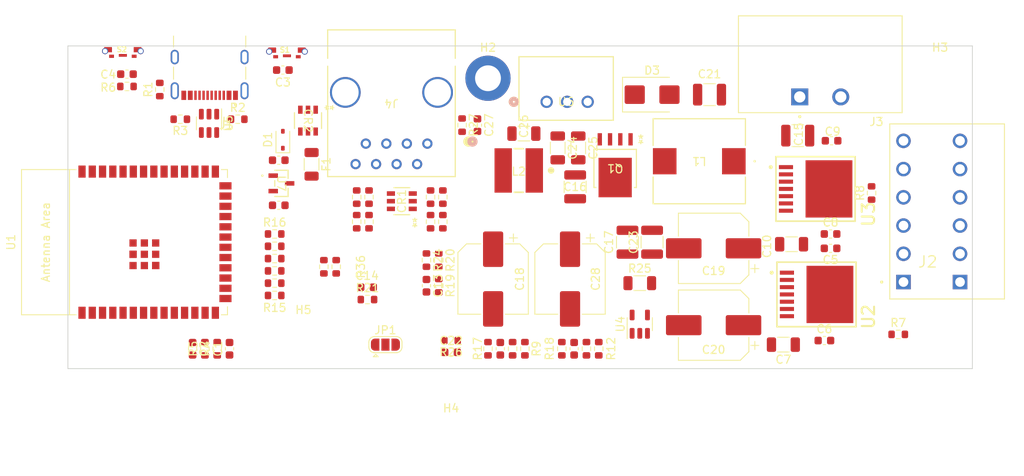
<source format=kicad_pcb>
(kicad_pcb (version 20221018) (generator pcbnew)
  (layers (0 "F.Cu" signal) (31 "B.Cu" signal) (34 "B.Paste" user) (35 "F.Paste" user) (36 "B.SilkS" user "B.Silkscreen") (37 "F.SilkS" user "F.Silkscreen") (38 "B.Mask" user) (39 "F.Mask" user) (44 "Edge.Cuts" user))
  (net 0 "")
  (net 34 "GND")
  (net 35 "GPIO0")
  (net 36 "CHIP_PU")
  (net 37 "+5V")
  (net 38 "Net-(D1-A)")
  (net 39 "Net-(J1-CC1)")
  (net 40 "Net-(J1-CC2)")
  (net 41 "Net-(U1-GPIO20{slash}U1CTS{slash}ADC2_CH9{slash}CLK_OUT1{slash}USB_D+)")
  (net 42 "Net-(U1-GPIO19{slash}U1RTS{slash}ADC2_CH8{slash}CLK_OUT2{slash}USB_D-)")
  (net 43 "+3V3")
  (net 46 "D+")
  (net 47 "D-")
  (net 48 "Net-(J1-SHIELD-PadSH1)")
  (net 49 "Net-(J1-DN1)")
  (net 50 "Net-(J1-DP1)")
  (net 51 "Motor+")
  (net 52 "+12V")
  (net 53 "Net-(JP1-C)")
  (net 54 "Net-(C11-Pad1)")
  (net 55 "Net-(C12-Pad1)")
  (net 56 "Net-(D2-A)")
  (net 57 "/Power/+VBat")
  (net 58 "Net-(D3-A2)")
  (net 59 "Net-(U2-IN)")
  (net 60 "Net-(U2-INH)")
  (net 61 "Net-(U3-IN)")
  (net 62 "Net-(U3-INH)")
  (net 63 "Motor-")
  (net 64 "/ESP32-S3/ADC_VBat")
  (net 65 "EN_C1")
  (net 66 "Net-(CR1-IO_2)")
  (net 67 "EN_C2")
  (net 69 "/ESP32-S3/M_IHN2")
  (net 70 "/ESP32-S3/M_INH1")
  (net 71 "Net-(U2-IS)")
  (net 72 "Net-(U3-IS)")
  (net 73 "/ESP32-S3/M_IN1")
  (net 74 "/ESP32-S3/M_IN2")
  (net 75 "/Power/M_IS1")
  (net 76 "/Power/M_IS2")
  (net 77 "Net-(CR1-IO_3)")
  (net 78 "Net-(CR1-IO_4)")
  (net 79 "+12V_HighSide")
  (net 80 "/Power/adc_ina")
  (net 81 "Net-(R26-Pad1)")
  (net 82 "Net-(U6-+VIN)")
  (net 83 "Net-(C27-Pad1)")
  (net 84 "+3.3V")
  (net 85 "Net-(F1-Pad2)")
  (net 86 "OUT_1")
  (net 87 "OUT_2")
  (net 88 "Enc1")
  (net 89 "Enc2")
  (net 90 "Net-(CR1-IO_1)")
  (net 91 "IN_1")
  (net 92 "IN_2")
  (net 93 "IN_3")
  (net 94 "IN_4")
  (net 95 "OUT1")
  (net 96 "OUT2")
  (footprint "Capacitor_SMD:C_0603_1608Metric" (layer "F.Cu") (at 161.544 97.536 90)
    (fp_text reference "C11" hide)
    (fp_text value "1nF")
    (pad "1" smd roundrect (at -0.775 0 90) (size 0.9 0.95) (layers "F.Cu" "F.Paste" "F.Mask") (net 54 "Net-(C11-Pad1)"))
    (pad "2" smd roundrect (at 0.775 0 90) (size 0.9 0.95) (layers "F.Cu" "F.Paste" "F.Mask") (net 34 "GND"))
  )
  (footprint "Resistor_SMD:R_0603_1608Metric" (layer "F.Cu") (at 173.736 97.536 -90)
    (fp_text reference "R12" (at 0 -1.524 90) (layer "F.SilkS"))
    (fp_text value "2k")
    (pad "1" smd roundrect (at -0.825 0 270) (size 0.8 0.95) (layers "F.Cu" "F.Paste" "F.Mask") (net 72 "Net-(U3-IS)"))
    (pad "2" smd roundrect (at 0.825 0 270) (size 0.8 0.95) (layers "F.Cu" "F.Paste" "F.Mask") (net 34 "GND"))
  )
  (footprint "Resistor_SMD:R_0603_1608Metric" (layer "F.Cu") (at 145.097 91.44)
    (fp_text reference "R21" (at 0 -1.43) (layer "F.SilkS"))
    (fp_text value "10k")
    (pad "1" smd roundrect (at -0.825 0) (size 0.8 0.95) (layers "F.Cu" "F.Paste" "F.Mask") (net 56 "Net-(D2-A)"))
    (pad "2" smd roundrect (at 0.825 0) (size 0.8 0.95) (layers "F.Cu" "F.Paste" "F.Mask") (net 34 "GND"))
  )
  (footprint "BugWiper_lib:SOT26_DIO" (layer "F.Cu") (at 149.352 79.248 180)
    (fp_text reference "CR1" (at 0 0 90 unlocked) (layer "F.SilkS"))
    (fp_text value "D5V0P4UR6SO-7")
    (fp_text user "*" (at -1.60655 -2.6518 180 unlocked) (layer "F.SilkS"))
    (fp_text user "*" (at -1.60655 -2.6518) (layer "F.SilkS"))
    (pad "1" smd rect (at -1.35255 -0.950001 180) (size 1.0033 0.5588) (layers "F.Cu" "F.Paste" "F.Mask") (net 90 "Net-(CR1-IO_1)"))
    (pad "2" smd rect (at -1.35255 0 180) (size 1.0033 0.5588) (layers "F.Cu" "F.Paste" "F.Mask") (net 34 "GND"))
    (pad "3" smd rect (at -1.35255 0.950001 180) (size 1.0033 0.5588) (layers "F.Cu" "F.Paste" "F.Mask") (net 66 "Net-(CR1-IO_2)"))
    (pad "4" smd rect (at 1.35255 0.950001 180) (size 1.0033 0.5588) (layers "F.Cu" "F.Paste" "F.Mask") (net 77 "Net-(CR1-IO_3)"))
    (pad "5" smd rect (at 1.35255 0 180) (size 1.0033 0.5588) (layers "F.Cu" "F.Paste" "F.Mask") (net 84 "+3.3V"))
    (pad "6" smd rect (at 1.35255 -0.950001 180) (size 1.0033 0.5588) (layers "F.Cu" "F.Paste" "F.Mask") (net 78 "Net-(CR1-IO_4)"))
  )
  (footprint "Resistor_SMD:R_0603_1608Metric" (layer "F.Cu") (at 152.908 81.788 90)
    (fp_text reference "R29" hide)
    (fp_text value "1k")
    (pad "1" smd roundrect (at -0.825 0 90) (size 0.8 0.95) (layers "F.Cu" "F.Paste" "F.Mask") (net 92 "IN_2"))
    (pad "2" smd roundrect (at 0.825 0 90) (size 0.8 0.95) (layers "F.Cu" "F.Paste" "F.Mask") (net 90 "Net-(CR1-IO_1)"))
  )
  (footprint "Resistor_SMD:R_0603_1608Metric" (layer "F.Cu") (at 141.224 87.376 90)
    (fp_text reference "R36" (at 0 3.048 90) (layer "F.SilkS"))
    (fp_text value "330")
    (pad "1" smd roundrect (at -0.825 0 90) (size 0.8 0.95) (layers "F.Cu" "F.Paste" "F.Mask") (net 95 "OUT1"))
    (pad "2" smd roundrect (at 0.825 0 90) (size 0.8 0.95) (layers "F.Cu" "F.Paste" "F.Mask") (net 86 "OUT_1"))
  )
  (footprint "Diode_SMD:D_SMB" (layer "F.Cu") (at 180.34 66.04)
    (fp_text reference "D3" (at 0 -3) (layer "F.SilkS"))
    (fp_text value "D_TVS")
    (pad "1" smd roundrect (at -2.15 0) (size 2.5 2.3) (layers "F.Cu" "F.Paste" "F.Mask") (roundrect_rratio 0.1086956522) (net 34 "GND"))
    (pad "2" smd roundrect (at 2.15 0) (size 2.5 2.3) (layers "F.Cu" "F.Paste" "F.Mask") (roundrect_rratio 0.1086956522) (net 58 "Net-(D3-A2)"))
  )
  (footprint "Resistor_SMD:R_1206_3216Metric" (layer "F.Cu") (at 138.176 74.676 -90)
    (fp_text reference "F1" (at 0 -1.82 90) (layer "F.SilkS"))
    (fp_text value "100mA Polyfuse")
    (pad "1" smd roundrect (at -1.4625 0 270) (size 1.125 1.75) (layers "F.Cu" "F.Paste" "F.Mask") (roundrect_rratio 0.222222) (net 84 "+3.3V"))
    (pad "2" smd roundrect (at 1.4625 0 270) (size 1.125 1.75) (layers "F.Cu" "F.Paste" "F.Mask") (roundrect_rratio 0.222222) (net 85 "Net-(F1-Pad2)"))
  )
  (footprint "Capacitor_SMD:C_1206_3216Metric" (layer "F.Cu") (at 168.656 72.644 -90)
    (fp_text reference "C24" (at 0 -1.85 90) (layer "F.SilkS"))
    (fp_text value "4.7uF")
    (pad "1" smd roundrect (at -1.475 0 270) (size 1.15 1.8) (layers "F.Cu" "F.Paste" "F.Mask") (roundrect_rratio 0.217391) (net 34 "GND"))
    (pad "2" smd roundrect (at 1.475 0 270) (size 1.15 1.8) (layers "F.Cu" "F.Paste" "F.Mask") (roundrect_rratio 0.217391) (net 52 "+12V"))
  )
  (footprint "Capacitor_SMD:C_1210_3225Metric" (layer "F.Cu") (at 198.374 71.12)
    (fp_text reference "C15" (at 0.127 -0.1651 90) (layer "F.SilkS"))
    (fp_text value "25uF")
    (pad "1" smd roundrect (at -1.475 0) (size 1.15 2.7) (layers "F.Cu" "F.Paste" "F.Mask") (roundrect_rratio 0.217391) (net 57 "/Power/+VBat"))
    (pad "2" smd roundrect (at 1.475 0) (size 1.15 2.7) (layers "F.Cu" "F.Paste" "F.Mask") (roundrect_rratio 0.217391) (net 34 "GND"))
  )
  (footprint "Resistor_SMD:R_0603_1608Metric" (layer "F.Cu") (at 143.764 81.788 90)
    (fp_text reference "R32" hide)
    (fp_text value "4k7")
    (pad "1" smd roundrect (at -0.825 0 90) (size 0.8 0.95) (layers "F.Cu" "F.Paste" "F.Mask") (net 93 "IN_3"))
    (pad "2" smd roundrect (at 0.825 0 90) (size 0.8 0.95) (layers "F.Cu" "F.Paste" "F.Mask") (net 77 "Net-(CR1-IO_3)"))
  )
  (footprint "Resistor_SMD:R_0603_1608Metric" (layer "F.Cu") (at 133.604 83.312)
    (fp_text reference "R16" (at 0 -1.43) (layer "F.SilkS"))
    (fp_text value "1k")
    (pad "1" smd roundrect (at -0.825 0) (size 0.8 0.95) (layers "F.Cu" "F.Paste" "F.Mask") (net 53 "Net-(JP1-C)"))
    (pad "2" smd roundrect (at 0.825 0) (size 0.8 0.95) (layers "F.Cu" "F.Paste" "F.Mask") (net 62 "Net-(U3-INH)"))
  )
  (footprint "Capacitor_SMD:C_0603_1608Metric" (layer "F.Cu") (at 152.4 89.725 -90)
    (fp_text reference "C13" (at 0 -1.43 90) (layer "F.SilkS"))
    (fp_text value "1nF")
    (pad "1" smd roundrect (at -0.775 0 270) (size 0.9 0.95) (layers "F.Cu" "F.Paste" "F.Mask") (net 64 "/ESP32-S3/ADC_VBat"))
    (pad "2" smd roundrect (at 0.775 0 270) (size 0.9 0.95) (layers "F.Cu" "F.Paste" "F.Mask") (net 34 "GND"))
  )
  (footprint "Diode_SMD:D_SOD-323" (layer "F.Cu") (at 134.62 71.628 90)
    (fp_text reference "D1" (at 0 -1.85 90) (layer "F.SilkS"))
    (fp_text value "1N5819WS")
    (pad "1" smd roundrect (at -1.05 0 90) (size 0.6 0.45) (layers "F.Cu" "F.Paste" "F.Mask") (net 37 "+5V"))
    (pad "2" smd roundrect (at 1.05 0 90) (size 0.6 0.45) (layers "F.Cu" "F.Paste" "F.Mask") (net 38 "Net-(D1-A)"))
  )
  (footprint "Capacitor_SMD:C_0603_1608Metric" (layer "F.Cu") (at 115.316 63.5)
    (fp_text reference "C4" (at -2.321 0.04) (layer "F.SilkS"))
    (fp_text value "100nF")
    (pad "1" smd roundrect (at -0.775 0) (size 0.9 0.95) (layers "F.Cu" "F.Paste" "F.Mask") (net 36 "CHIP_PU"))
    (pad "2" smd roundrect (at 0.775 0) (size 0.9 0.95) (layers "F.Cu" "F.Paste" "F.Mask") (net 34 "GND"))
  )
  (footprint "MountingHole:MountingHole_3.2mm_M3_DIN965" (layer "F.Cu") (at 216 96)
    (fp_text reference "H6" (at 0 0) (layer "F.SilkS"))
    (fp_text value "MountingHole")
    (pad "" np_thru_hole circle (at 0 0) (size 3.2 3.2) (drill 3.2) (layers "F&B.Cu" "*.Mask"))
  )
  (footprint "Capacitor_SMD:C_0603_1608Metric" (layer "F.Cu") (at 202.438 83.312)
    (fp_text reference "C8" (at 0 -1.43) (layer "F.SilkS"))
    (fp_text value "C")
    (pad "1" smd roundrect (at -0.775 0) (size 0.9 0.95) (layers "F.Cu" "F.Paste" "F.Mask") (net 79 "+12V_HighSide"))
    (pad "2" smd roundrect (at 0.775 0) (size 0.9 0.95) (layers "F.Cu" "F.Paste" "F.Mask") (net 63 "Motor-"))
  )
  (footprint "Package_TO_SOT_SMD:SOT-23-5" (layer "F.Cu") (at 178.816 94.488 90)
    (fp_text reference "U4" (at 0 -2.4 90) (layer "F.SilkS"))
    (fp_text value "INA180A2")
    (pad "1" smd roundrect (at -1.1375 -0.95 90) (size 1.325 0.6) (layers "F.Cu" "F.Paste" "F.Mask") (net 81 "Net-(R26-Pad1)"))
    (pad "2" smd roundrect (at -1.1375 0 90) (size 1.325 0.6) (layers "F.Cu" "F.Paste" "F.Mask") (net 34 "GND"))
    (pad "3" smd roundrect (at -1.1375 0.95 90) (size 1.325 0.6) (layers "F.Cu" "F.Paste" "F.Mask") (net 52 "+12V"))
    (pad "4" smd roundrect (at 1.1375 0.95 90) (size 1.325 0.6) (layers "F.Cu" "F.Paste" "F.Mask") (net 79 "+12V_HighSide"))
    (pad "5" smd roundrect (at 1.1375 -0.95 90) (size 1.325 0.6) (layers "F.Cu" "F.Paste" "F.Mask") (net 84 "+3.3V"))
  )
  (footprint "Resistor_SMD:R_0603_1608Metric" (layer "F.Cu") (at 169.164 97.536 -90)
    (fp_text reference "R18" (at 0 1.524 90) (layer "F.SilkS"))
    (fp_text value "1k")
    (pad "1" smd roundrect (at -0.825 0 270) (size 0.8 0.95) (layers "F.Cu" "F.Paste" "F.Mask") (net 76 "/Power/M_IS2"))
    (pad "2" smd roundrect (at 0.825 0 270) (size 0.8 0.95) (layers "F.Cu" "F.Paste" "F.Mask") (net 55 "Net-(C12-Pad1)"))
  )
  (footprint "Package_TO_SOT_SMD:SOT-23-6" (layer "F.Cu") (at 125.476 69.596 -90)
    (fp_text reference "U5" (at 0 -2.4 90) (layer "F.SilkS"))
    (fp_text value "WE-TVS-82400102")
    (pad "1" smd roundrect (at -1.1375 -0.95 270) (size 1.325 0.6) (layers "F.Cu" "F.Paste" "F.Mask") (net 49 "Net-(J1-DN1)"))
    (pad "2" smd roundrect (at -1.1375 0 270) (size 1.325 0.6) (layers "F.Cu" "F.Paste" "F.Mask") (net 34 "GND"))
    (pad "3" smd roundrect (at -1.1375 0.95 270) (size 1.325 0.6) (layers "F.Cu" "F.Paste" "F.Mask") (net 50 "Net-(J1-DP1)"))
    (pad "4" smd roundrect (at 1.1375 0.95 270) (size 1.325 0.6) (layers "F.Cu" "F.Paste" "F.Mask") (net 46 "D+"))
    (pad "5" smd roundrect (at 1.1375 0 270) (size 1.325 0.6) (layers "F.Cu" "F.Paste" "F.Mask") (net 84 "+3.3V"))
    (pad "6" smd roundrect (at 1.1375 -0.95 270) (size 1.325 0.6) (layers "F.Cu" "F.Paste" "F.Mask") (net 47 "D-"))
  )
  (footprint "Jumper:SolderJumper-3_P1.3mm_Open_RoundedPad1.0x1.5mm" (layer "F.Cu") (at 147.32 97.028)
    (fp_text reference "JP1" (at 0 -1.8) (layer "F.SilkS"))
    (fp_text value "SolderJumper_3_Bridged12")
    (pad "1" smd custom (at -1.3 0) (size 1 0.5) (layers "F.Cu" "F.Mask") (net 69 "/ESP32-S3/M_IHN2") (options (clearance outline) (anchor rect)) (primitives (gr_circle (center 0 0.25) (end 0.5 0.25) (width 0) (fill yes)) (gr_circle (center 0 -0.25) (end 0.5 -0.25) (width 0) (fill yes)) (gr_poly (pts (xy 0.55 0.75) (xy 0 0.75) (xy 0 -0.75) (xy 0.55 -0.75)) (width 0) (fill yes))))
    (pad "2" smd rect (at 0 0) (size 1 1.5) (layers "F.Cu" "F.Mask") (net 53 "Net-(JP1-C)"))
    (pad "3" smd custom (at 1.3 0) (size 1 0.5) (layers "F.Cu" "F.Mask") (net 70 "/ESP32-S3/M_INH1") (options (clearance outline) (anchor rect)) (primitives (gr_circle (center 0 0.25) (end 0.5 0.25) (width 0) (fill yes)) (gr_circle (center 0 -0.25) (end 0.5 -0.25) (width 0) (fill yes)) (gr_poly (pts (xy 0 0.75) (xy -0.55 0.75) (xy -0.55 -0.75) (xy 0 -0.75)) (width 0) (fill yes))))
  )
  (footprint "Resistor_SMD:R_0603_1608Metric" (layer "F.Cu") (at 152.908 78.74 -90)
    (fp_text reference "R31" hide)
    (fp_text value "5k")
    (pad "1" smd roundrect (at -0.825 0 270) (size 0.8 0.95) (layers "F.Cu" "F.Paste" "F.Mask") (net 84 "+3.3V"))
    (pad "2" smd roundrect (at 0.825 0 270) (size 0.8 0.95) (layers "F.Cu" "F.Paste" "F.Mask") (net 90 "Net-(CR1-IO_1)"))
  )
  (footprint "Capacitor_SMD:C_0603_1608Metric" (layer "F.Cu") (at 155.448 97.98)
    (fp_text reference "C22" (at 0 -1.43) (layer "F.SilkS"))
    (fp_text value "100nF")
    (pad "1" smd roundrect (at -0.775 0) (size 0.9 0.95) (layers "F.Cu" "F.Paste" "F.Mask") (net 80 "/Power/adc_ina"))
    (pad "2" smd roundrect (at 0.775 0) (size 0.9 0.95) (layers "F.Cu" "F.Paste" "F.Mask") (net 34 "GND"))
  )
  (footprint "Resistor_SMD:R_0603_1608Metric" (layer "F.Cu") (at 124.968 97.536 90)
    (fp_text reference "R5" (at 0 -1.43 90) (layer "F.SilkS"))
    (fp_text value "22")
    (pad "1" smd roundrect (at -0.825 0 90) (size 0.8 0.95) (layers "F.Cu" "F.Paste" "F.Mask") (net 42 "Net-(U1-GPIO19{slash}U1RTS{slash}ADC2_CH8{slash}CLK_OUT2{slash}USB_D-)"))
    (pad "2" smd roundrect (at 0.825 0 90) (size 0.8 0.95) (layers "F.Cu" "F.Paste" "F.Mask") (net 47 "D-"))
  )
  (footprint "Resistor_SMD:R_0603_1608Metric" (layer "F.Cu") (at 133.604 89.408 180)
    (fp_text reference "R14" hide)
    (fp_text value "1k")
    (pad "1" smd roundrect (at -0.825 0 180) (size 0.8 0.95) (layers "F.Cu" "F.Paste" "F.Mask") (net 70 "/ESP32-S3/M_INH1"))
    (pad "2" smd roundrect (at 0.825 0 180) (size 0.8 0.95) (layers "F.Cu" "F.Paste" "F.Mask") (net 60 "Net-(U2-INH)"))
  )
  (footprint "Resistor_SMD:R_0603_1608Metric" (layer "F.Cu") (at 153.924 89.725 -90)
    (fp_text reference "R19" (at 0 -1.43 90) (layer "F.SilkS"))
    (fp_text value "3k3")
    (pad "1" smd roundrect (at -0.825 0 270) (size 0.8 0.95) (layers "F.Cu" "F.Paste" "F.Mask") (net 64 "/ESP32-S3/ADC_VBat"))
    (pad "2" smd roundrect (at 0.825 0 270) (size 0.8 0.95) (layers "F.Cu" "F.Paste" "F.Mask") (net 34 "GND"))
  )
  (footprint "Resistor_SMD:R_0603_1608Metric" (layer "F.Cu") (at 133.604 86.36)
    (fp_text reference "R23" hide)
    (fp_text value "1k")
    (pad "1" smd roundrect (at -0.825 0) (size 0.8 0.95) (layers "F.Cu" "F.Paste" "F.Mask") (net 89 "Enc2"))
    (pad "2" smd roundrect (at 0.825 0) (size 0.8 0.95) (layers "F.Cu" "F.Paste" "F.Mask") (net 67 "EN_C2"))
  )
  (footprint "MountingHole:MountingHole_3.2mm_M3_DIN965" (layer "F.Cu") (at 137.16 96.52)
    (fp_text reference "H5" (at 0 -3.8) (layer "F.SilkS"))
    (fp_text value "MountingHole")
    (pad "" np_thru_hole circle (at 0 0) (size 3.2 3.2) (drill 3.2) (layers "*.Cu" "*.Mask"))
  )
  (footprint "BugWiper_lib:WE-PD2_5848" (layer "F.Cu") (at 163.83 75.438 180)
    (fp_text reference "L2" (at 0 -0.127) (layer "F.SilkS"))
    (fp_text value "10µH 2.2A")
    (pad "1" smd rect (at -1.925 0 180) (size 2.15 5.5) (layers "F.Cu" "F.Paste" "F.Mask") (net 52 "+12V"))
    (pad "2" smd rect (at 1.925 0 180) (size 2.15 5.5) (layers "F.Cu" "F.Paste" "F.Mask") (net 82 "Net-(U6-+VIN)"))
  )
  (footprint "Capacitor_SMD:C_0603_1608Metric" (layer "F.Cu") (at 134.62 62.992)
    (fp_text reference "C3" (at 0 1.524) (layer "F.SilkS"))
    (fp_text value "100nF")
    (pad "1" smd roundrect (at -0.775 0) (size 0.9 0.95) (layers "F.Cu" "F.Paste" "F.Mask") (net 35 "GPIO0"))
    (pad "2" smd roundrect (at 0.775 0) (size 0.9 0.95) (layers "F.Cu" "F.Paste" "F.Mask") (net 34 "GND"))
  )
  (footprint "Resistor_SMD:R_0603_1608Metric" (layer "F.Cu") (at 210.82 95.758)
    (fp_text reference "R7" (at 0 -1.43) (layer "F.SilkS"))
    (fp_text value "47k")
    (pad "1" smd roundrect (at -0.825 0) (size 0.8 0.95) (layers "F.Cu" "F.Paste" "F.Mask") (net 51 "Motor+"))
    (pad "2" smd roundrect (at 0.825 0) (size 0.8 0.95) (layers "F.Cu" "F.Paste" "F.Mask") (net 34 "GND"))
  )
  (footprint "Resistor_SMD:R_0603_1608Metric" (layer "F.Cu") (at 121.92 69.088 180)
    (fp_text reference "R3" (at 0 -1.43) (layer "F.SilkS"))
    (fp_text value "5k1")
    (pad "1" smd roundrect (at -0.825 0 180) (size 0.8 0.95) (layers "F.Cu" "F.Paste" "F.Mask") (net 40 "Net-(J1-CC2)"))
    (pad "2" smd roundrect (at 0.825 0 180) (size 0.8 0.95) (layers "F.Cu" "F.Paste" "F.Mask") (net 34 "GND"))
  )
  (footprint "Resistor_SMD:R_0603_1608Metric" (layer "F.Cu") (at 129.032 69.088)
    (fp_text reference "R2" (at 0 -1.43) (layer "F.SilkS"))
    (fp_text value "5k1")
    (pad "1" smd roundrect (at -0.825 0) (size 0.8 0.95) (layers "F.Cu" "F.Paste" "F.Mask") (net 39 "Net-(J1-CC1)"))
    (pad "2" smd roundrect (at 0.825 0) (size 0.8 0.95) (layers "F.Cu" "F.Paste" "F.Mask") (net 34 "GND"))
  )
  (footprint "Resistor_SMD:R_1206_3216Metric" (layer "F.Cu") (at 178.816 89.408)
    (fp_text reference "R25" (at 0 -1.82) (layer "F.SilkS"))
    (fp_text value "R004")
    (pad "1" smd roundrect (at -1.4625 0) (size 1.125 1.75) (layers "F.Cu" "F.Paste" "F.Mask") (roundrect_rratio 0.222222) (net 52 "+12V"))
    (pad "2" smd roundrect (at 1.4625 0) (size 1.125 1.75) (layers "F.Cu" "F.Paste" "F.Mask") (roundrect_rratio 0.222222) (net 79 "+12V_HighSide"))
  )
  (footprint "Capacitor_SMD:CP_Elec_8x10.5" (layer "F.Cu") (at 187.96 94.615 180)
    (fp_text reference "C20" (at 0 -3.048) (layer "F.SilkS"))
    (fp_text value "470uF")
    (pad "1" smd roundrect (at -3.7 0 180) (size 4.4 2.5) (layers "F.Cu" "F.Paste" "F.Mask") (roundrect_rratio 0.1) (net 79 "+12V_HighSide"))
    (pad "2" smd roundrect (at 3.7 0 180) (size 4.4 2.5) (layers "F.Cu" "F.Paste" "F.Mask") (roundrect_rratio 0.1) (net 34 "GND"))
  )
  (footprint "Resistor_SMD:R_0603_1608Metric" (layer "F.Cu") (at 163.068 97.536 90)
    (fp_text reference "R10" hide)
    (fp_text value "4k7")
    (pad "1" smd roundrect (at -0.825 0 90) (size 0.8 0.95) (layers "F.Cu" "F.Paste" "F.Mask") (net 54 "Net-(C11-Pad1)"))
    (pad "2" smd roundrect (at 0.825 0 90) (size 0.8 0.95) (layers "F.Cu" "F.Paste" "F.Mask") (net 71 "Net-(U2-IS)"))
  )
  (footprint "PCM_Espressif:ESP32-S3-WROOM-1" (layer "F.Cu") (at 118.012 84.328 90)
    (fp_text reference "U1" (at 0 -17.05 90) (layer "F.SilkS"))
    (fp_text value "ESP32-S3-WROOM-1")
    (fp_text user "Antenna Area" (at 0 -12.75 90) (layer "F.SilkS"))
    (pad "1" smd rect (at -8.75 -8.26 90) (size 1.5 0.9) (layers "F.Cu" "F.Paste" "F.Mask") (net 34 "GND"))
    (pad "2" smd rect (at -8.75 -6.99 90) (size 1.5 0.9) (layers "F.Cu" "F.Paste" "F.Mask") (net 84 "+3.3V"))
    (pad "3" smd rect (at -8.75 -5.72 90) (size 1.5 0.9) (layers "F.Cu" "F.Paste" "F.Mask") (net 36 "CHIP_PU"))
    (pad "4" smd rect (at -8.75 -4.45 90) (size 1.5 0.9) (layers "F.Cu" "F.Paste" "F.Mask"))
    (pad "5" smd rect (at -8.75 -3.18 90) (size 1.5 0.9) (layers "F.Cu" "F.Paste" "F.Mask"))
    (pad "6" smd rect (at -8.75 -1.91 90) (size 1.5 0.9) (layers "F.Cu" "F.Paste" "F.Mask"))
    (pad "7" smd rect (at -8.75 -0.64 90) (size 1.5 0.9) (layers "F.Cu" "F.Paste" "F.Mask"))
    (pad "8" smd rect (at -8.75 0.63 90) (size 1.5 0.9) (layers "F.Cu" "F.Paste" "F.Mask"))
    (pad "9" smd rect (at -8.75 1.9 90) (size 1.5 0.9) (layers "F.Cu" "F.Paste" "F.Mask"))
    (pad "10" smd rect (at -8.75 3.17 90) (size 1.5 0.9) (layers "F.Cu" "F.Paste" "F.Mask"))
    (pad "11" smd rect (at -8.75 4.44 90) (size 1.5 0.9) (layers "F.Cu" "F.Paste" "F.Mask"))
    (pad "12" smd rect (at -8.75 5.71 90) (size 1.5 0.9) (layers "F.Cu" "F.Paste" "F.Mask"))
    (pad "13" smd rect (at -8.75 6.98 90) (size 1.5 0.9) (layers "F.Cu" "F.Paste" "F.Mask") (net 42 "Net-(U1-GPIO19{slash}U1RTS{slash}ADC2_CH8{slash}CLK_OUT2{slash}USB_D-)"))
    (pad "14" smd rect (at -8.75 8.25 90) (size 1.5 0.9) (layers "F.Cu" "F.Paste" "F.Mask") (net 41 "Net-(U1-GPIO20{slash}U1CTS{slash}ADC2_CH9{slash}CLK_OUT1{slash}USB_D+)"))
    (pad "15" smd rect (at -6.985 9.5 180) (size 1.5 0.9) (layers "F.Cu" "F.Paste" "F.Mask"))
    (pad "16" smd rect (at -5.715 9.5 180) (size 1.5 0.9) (layers "F.Cu" "F.Paste" "F.Mask"))
    (pad "17" smd rect (at -4.445 9.5 180) (size 1.5 0.9) (layers "F.Cu" "F.Paste" "F.Mask"))
    (pad "18" smd rect (at -3.175 9.5 180) (size 1.5 0.9) (layers "F.Cu" "F.Paste" "F.Mask"))
    (pad "19" smd rect (at -1.905 9.5 180) (size 1.5 0.9) (layers "F.Cu" "F.Paste" "F.Mask"))
    (pad "20" smd rect (at -0.635 9.5 180) (size 1.5 0.9) (layers "F.Cu" "F.Paste" "F.Mask"))
    (pad "21" smd rect (at 0.635 9.5 180) (size 1.5 0.9) (layers "F.Cu" "F.Paste" "F.Mask"))
    (pad "22" smd rect (at 1.905 9.5 180) (size 1.5 0.9) (layers "F.Cu" "F.Paste" "F.Mask"))
    (pad "23" smd rect (at 3.175 9.5 180) (size 1.5 0.9) (layers "F.Cu" "F.Paste" "F.Mask"))
    (pad "24" smd rect (at 4.445 9.5 180) (size 1.5 0.9) (layers "F.Cu" "F.Paste" "F.Mask"))
    (pad "25" smd rect (at 5.715 9.5 180) (size 1.5 0.9) (layers "F.Cu" "F.Paste" "F.Mask"))
    (pad "26" smd rect (at 6.985 9.5 180) (size 1.5 0.9) (layers "F.Cu" "F.Paste" "F.Mask"))
    (pad "27" smd rect (at 8.75 8.25 270) (size 1.5 0.9) (layers "F.Cu" "F.Paste" "F.Mask") (net 35 "GPIO0"))
    (pad "28" smd rect (at 8.75 6.98 270) (size 1.5 0.9) (layers "F.Cu" "F.Paste" "F.Mask"))
    (pad "29" smd rect (at 8.75 5.71 270) (size 1.5 0.9) (layers "F.Cu" "F.Paste" "F.Mask"))
    (pad "30" smd rect (at 8.75 4.44 270) (size 1.5 0.9) (layers "F.Cu" "F.Paste" "F.Mask"))
    (pad "31" smd rect (at 8.75 3.17 270) (size 1.5 0.9) (layers "F.Cu" "F.Paste" "F.Mask"))
    (pad "32" smd rect (at 8.75 1.9 270) (size 1.5 0.9) (layers "F.Cu" "F.Paste" "F.Mask"))
    (pad "33" smd rect (at 8.75 0.63 270) (size 1.5 0.9) (layers "F.Cu" "F.Paste" "F.Mask"))
    (pad "34" smd rect (at 8.75 -0.64 270) (size 1.5 0.9) (layers "F.Cu" "F.Paste" "F.Mask"))
    (pad "35" smd rect (at 8.75 -1.91 270) (size 1.5 0.9) (layers "F.Cu" "F.Paste" "F.Mask"))
    (pad "36" smd rect (at 8.75 -3.18 270) (size 1.5 0.9) (layers "F.Cu" "F.Paste" "F.Mask"))
    (pad "37" smd rect (at 8.75 -4.45 270) (size 1.5 0.9) (layers "F.Cu" "F.Paste" "F.Mask"))
    (pad "38" smd rect (at 8.75 -5.72 270) (size 1.5 0.9) (layers "F.Cu" "F.Paste" "F.Mask"))
    (pad "39" smd rect (at 8.75 -6.99 270) (size 1.5 0.9) (layers "F.Cu" "F.Paste" "F.Mask"))
    (pad "40" smd rect (at 8.75 -8.26 270) (size 1.5 0.9) (layers "F.Cu" "F.Paste" "F.Mask") (net 34 "GND"))
    (pad "41" smd rect (at -2.9 -1.94 270) (size 0.9 0.9) (layers "F.Cu" "F.Paste" "F.Mask") (net 34 "GND"))
    (pad "41" smd rect (at -2.9 -0.54 270) (size 0.9 0.9) (layers "F.Cu" "F.Paste" "F.Mask") (net 34 "GND"))
    (pad "41" smd rect (at -2.9 0.86 270) (size 0.9 0.9) (layers "F.Cu" "F.Paste" "F.Mask") (net 34 "GND"))
    (pad "41" smd rect (at -2.9 0.86 270) (size 0.9 0.9) (layers "F.Cu" "F.Paste" "F.Mask") (net 34 "GND"))
    (pad "41" smd rect (at -1.5 -1.94 270) (size 0.9 0.9) (layers "F.Cu" "F.Paste" "F.Mask") (net 34 "GND"))
    (pad "41" smd rect (at -1.5 -1.94 270) (size 0.9 0.9) (layers "F.Cu" "F.Paste" "F.Mask") (net 34 "GND"))
    (pad "41" smd rect (at -1.5 -0.54 270) (size 0.9 0.9) (layers "F.Cu" "F.Paste" "F.Mask") (net 34 "GND"))
    (pad "41" smd rect (at -1.5 0.86 270) (size 0.9 0.9) (layers "F.Cu" "F.Paste" "F.Mask") (net 34 "GND"))
    (pad "41" smd rect (at -0.1 -1.94 270) (size 0.9 0.9) (layers "F.Cu" "F.Paste" "F.Mask") (net 34 "GND"))
    (pad "41" smd rect (at -0.1 -0.54 270) (size 0.9 0.9) (layers "F.Cu" "F.Paste" "F.Mask") (net 34 "GND"))
    (pad "41" smd rect (at -0.1 0.86 270) (size 0.9 0.9) (layers "F.Cu" "F.Paste" "F.Mask") (net 34 "GND"))
  )
  (footprint "BugWiper_lib:CONN8_2-908LF_AMP" (layer "F.Cu") (at 152.5143 72.1107 180)
    (fp_text reference "J4" (at 4.445 5.004 180 unlocked) (layer "F.SilkS"))
    (fp_text value "RJ45")
    (pad "1" thru_hole circle (at 0 0 180) (size 1.27 1.27) (drill 0.762) (layers "*.Cu" "*.Mask") (net 34 "GND"))
    (pad "2" thru_hole circle (at 1.27 -2.54 180) (size 1.27 1.27) (drill 0.762) (layers "*.Cu" "*.Mask") (net 66 "Net-(CR1-IO_2)"))
    (pad "3" thru_hole circle (at 2.54 0 180) (size 1.27 1.27) (drill 0.762) (layers "*.Cu" "*.Mask") (net 90 "Net-(CR1-IO_1)"))
    (pad "4" thru_hole circle (at 3.81 -2.54 180) (size 1.27 1.27) (drill 0.762) (layers "*.Cu" "*.Mask") (net 86 "OUT_1"))
    (pad "5" thru_hole circle (at 5.08 0 180) (size 1.27 1.27) (drill 0.762) (layers "*.Cu" "*.Mask") (net 87 "OUT_2"))
    (pad "6" thru_hole circle (at 6.35 -2.54 180) (size 1.27 1.27) (drill 0.762) (layers "*.Cu" "*.Mask") (net 78 "Net-(CR1-IO_4)"))
    (pad "7" thru_hole circle (at 7.62 0 180) (size 1.27 1.27) (drill 0.762) (layers "*.Cu" "*.Mask") (net 77 "Net-(CR1-IO_3)"))
    (pad "8" thru_hole circle (at 8.89 -2.54 180) (size 1.27 1.27) (drill 0.762) (layers "*.Cu" "*.Mask") (net 85 "Net-(F1-Pad2)"))
    (pad "9" thru_hole circle (at -1.27 6.35 270) (size 3.81 3.81) (drill 3.302) (layers "*.Cu" "*.Mask"))
    (pad "10" thru_hole circle (at 10.16 6.35 270) (size 3.81 3.81) (drill 3.302) (layers "*.Cu" "*.Mask"))
  )
  (footprint "Capacitor_SMD:C_0603_1608Metric" (layer "F.Cu") (at 202.565 71.755 180)
    (fp_text reference "C9" (at -0.127 1.143) (layer "F.SilkS"))
    (fp_text value "100nF")
    (pad "1" smd roundrect (at -0.775 0 180) (size 0.9 0.95) (layers "F.Cu" "F.Paste" "F.Mask") (net 63 "Motor-"))
    (pad "2" smd roundrect (at 0.775 0 180) (size 0.9 0.95) (layers "F.Cu" "F.Paste" "F.Mask") (net 34 "GND"))
  )
  (footprint "Resistor_SMD:R_0603_1608Metric" (layer "F.Cu") (at 172.212 97.536 90)
    (fp_text reference "R11" hide)
    (fp_text value "4k7")
    (pad "1" smd roundrect (at -0.825 0 90) (size 0.8 0.95) (layers "F.Cu" "F.Paste" "F.Mask") (net 55 "Net-(C12-Pad1)"))
    (pad "2" smd roundrect (at 0.825 0 90) (size 0.8 0.95) (layers "F.Cu" "F.Paste" "F.Mask") (net 72 "Net-(U3-IS)"))
  )
  (footprint "TBLH10_350_06BK-2:CUI_TBLH10-350-06BK" (layer "F.Cu") (at 211.4705 89.268 90)
    (fp_text reference "J2" (at 2.5 3) (layer "F.SilkS") (effects (font (size 1.4 1.4))))
    (fp_text value "TBLH10-350-06BK")
    (pad "1_A" thru_hole rect (at 0 0 90) (size 1.8 1.8) (drill 1.2) (layers "*.Cu" "*.Mask") (net 51 "Motor+"))
    (pad "1_B" thru_hole rect (at 0 7 90) (size 1.8 1.8) (drill 1.2) (layers "*.Cu" "*.Mask") (net 51 "Motor+"))
    (pad "2_A" thru_hole circle (at 3.5 0 90) (size 1.8 1.8) (drill 1.2) (layers "*.Cu" "*.Mask") (net 63 "Motor-"))
    (pad "2_B" thru_hole circle (at 3.5 7 90) (size 1.8 1.8) (drill 1.2) (layers "*.Cu" "*.Mask") (net 63 "Motor-"))
    (pad "3_A" thru_hole circle (at 7 0 90) (size 1.8 1.8) (drill 1.2) (layers "*.Cu" "*.Mask") (net 43 "+3V3"))
    (pad "3_B" thru_hole circle (at 7 7 90) (size 1.8 1.8) (drill 1.2) (layers "*.Cu" "*.Mask") (net 43 "+3V3"))
    (pad "4_A" thru_hole circle (at 10.5 0 90) (size 1.8 1.8) (drill 1.2) (layers "*.Cu" "*.Mask") (net 34 "GND"))
    (pad "4_B" thru_hole circle (at 10.5 7 90) (size 1.8 1.8) (drill 1.2) (layers "*.Cu" "*.Mask") (net 34 "GND"))
    (pad "5_A" thru_hole circle (at 14 0 90) (size 1.8 1.8) (drill 1.2) (layers "*.Cu" "*.Mask") (net 67 "EN_C2"))
    (pad "5_B" thru_hole circle (at 14 7 90) (size 1.8 1.8) (drill 1.2) (layers "*.Cu" "*.Mask") (net 67 "EN_C2"))
    (pad "6_A" thru_hole circle (at 17.5 0 90) (size 1.8 1.8) (drill 1.2) (layers "*.Cu" "*.Mask") (net 65 "EN_C1"))
    (pad "6_B" thru_hole circle (at 17.5 7 90) (size 1.8 1.8) (drill 1.2) (layers "*.Cu" "*.Mask") (net 65 "EN_C1"))
  )
  (footprint "MountingHole:MountingHole_3.2mm_M3_DIN965" (layer "F.Cu") (at 216 64)
    (fp_text reference "H3" (at 0 -3.8) (layer "F.SilkS"))
    (fp_text value "MountingHole")
    (pad "" np_thru_hole circle (at 0 0) (size 3.2 3.2) (drill 3.2) (layers "*.Cu" "*.Mask"))
  )
  (footprint "Resistor_SMD:R_0603_1608Metric" (layer "F.Cu") (at 119.38 65.405 90)
    (fp_text reference "R1" (at 0 -1.43 90) (layer "F.SilkS"))
    (fp_text value "150k")
    (pad "1" smd roundrect (at -0.825 0 90) (size 0.8 0.95) (layers "F.Cu" "F.Paste" "F.Mask") (net 48 "Net-(J1-SHIELD-PadSH1)"))
    (pad "2" smd roundrect (at 0.825 0 90) (size 0.8 0.95) (layers "F.Cu" "F.Paste" "F.Mask") (net 34 "GND"))
  )
  (footprint "Resistor_SMD:R_0603_1608Metric" (layer "F.Cu") (at 126.492 97.536 90)
    (fp_text reference "R4" (at 0 -1.43 90) (layer "F.SilkS"))
    (fp_text value "22")
    (pad "1" smd roundrect (at -0.825 0 90) (size 0.8 0.95) (layers "F.Cu" "F.Paste" "F.Mask") (net 41 "Net-(U1-GPIO20{slash}U1CTS{slash}ADC2_CH9{slash}CLK_OUT1{slash}USB_D+)"))
    (pad "2" smd roundrect (at 0.825 0 90) (size 0.8 0.95) (layers "F.Cu" "F.Paste" "F.Mask") (net 46 "D+"))
  )
  (footprint "BugWiper_lib:IFX-PG-HSOF-7-1-V" (layer "F.Cu") (at 199.6985 90.805)
    (fp_text reference "U2" (at 8.3275 4.445 90 unlocked) (layer "F.SilkS") (effects (font (size 1.524 1.524) (thickness 0.254)) (justify left bottom)))
    (fp_text value "BTN9960LV" hide)
    (pad "1" smd rect (at -2.6625 -2.7 270) (size 0.5 1.75) (layers "F.Cu" "F.Paste" "F.Mask") (net 34 "GND"))
    (pad "2" smd rect (at -2.6625 -1.8 270) (size 0.5 1.75) (layers "F.Cu" "F.Paste" "F.Mask") (net 34 "GND"))
    (pad "3" smd rect (at -2.6625 -0.9 270) (size 0.5 1.75) (layers "F.Cu" "F.Paste" "F.Mask") (net 59 "Net-(U2-IN)"))
    (pad "4" smd rect (at -2.6625 0 270) (size 0.5 1.75) (layers "F.Cu" "F.Paste" "F.Mask") (net 60 "Net-(U2-INH)"))
    (pad "5" smd rect (at -2.6625 0.9 270) (size 0.5 1.75) (layers "F.Cu" "F.Paste" "F.Mask") (net 71 "Net-(U2-IS)"))
    (pad "6" smd rect (at -2.6625 1.8 270) (size 0.5 1.75) (layers "F.Cu" "F.Paste" "F.Mask") (net 79 "+12V_HighSide"))
    (pad "7" smd rect (at -2.6625 2.7 270) (size 0.5 1.75) (layers "F.Cu" "F.Paste" "F.Mask") (net 79 "+12V_HighSide"))
    (pad "8" smd rect (at 2.6625 0) (size 5.8 7.1) (layers "F.Cu" "F.Paste" "F.Mask") (net 51 "Motor+"))
  )
  (footprint "Capacitor_SMD:CP_Elec_8x10.5" (layer "F.Cu") (at 170.18 88.9 -90)
    (fp_text reference "C28" (at 0 -3.175 90) (layer "F.SilkS"))
    (fp_text value "470uF")
    (pad "1" smd roundrect (at -3.7 0 270) (size 4.4 2.5) (layers "F.Cu" "F.Paste" "F.Mask") (roundrect_rratio 0.1) (net 52 "+12V"))
    (pad "2" smd roundrect (at 3.7 0 270) (size 4.4 2.5) (layers "F.Cu" "F.Paste" "F.Mask") (roundrect_rratio 0.1) (net 34 "GND"))
  )
  (footprint "BugWiper_lib:SOT26_DIO" (layer "F.Cu") (at 137.733999 69.25945 -90)
    (fp_text reference "CR2" (at 0 0 -90 unlocked) (layer "F.SilkS"))
    (fp_text value "D5V0P4UR6SO-7")
    (fp_text user "*" (at -1.60655 -2.6518 -90 unlocked) (layer "F.SilkS"))
    (fp_text user "*" (at -1.60655 -2.6518 90) (layer "F.SilkS"))
    (pad "1" smd rect (at -1.35255 -0.950001 270) (size 1.0033 0.5588) (layers "F.Cu" "F.Paste" "F.Mask") (net 86 "OUT_1"))
    (pad "2" smd rect (at -1.35255 0 270) (size 1.0033 0.5588) (layers "F.Cu" "F.Paste" "F.Mask") (net 34 "GND"))
    (pad "3" smd rect (at -1.35255 0.950001 270) (size 1.0033 0.5588) (layers "F.Cu" "F.Paste" "F.Mask") (net 87 "OUT_2"))
    (pad "4" smd rect (at 1.35255 0.950001 270) (size 1.0033 0.5588) (layers "F.Cu" "F.Paste" "F.Mask") (net 65 "EN_C1"))
    (pad "5" smd rect (at 1.35255 0 270) (size 1.0033 0.5588) (layers "F.Cu" "F.Paste" "F.Mask") (net 84 "+3.3V"))
    (pad "6" smd rect (at 1.35255 -0.950001 270) (size 1.0033 0.5588) (layers "F.Cu" "F.Paste" "F.Mask") (net 67 "EN_C2"))
  )
  (footprint "Resistor_SMD:R_0603_1608Metric" (layer "F.Cu") (at 155.448 96.52 180)
    (fp_text reference "R26" (at 0 -1.43) (layer "F.SilkS"))
    (fp_text value "1k")
    (pad "1" smd roundrect (at -0.825 0 180) (size 0.8 0.95) (layers "F.Cu" "F.Paste" "F.Mask") (net 81 "Net-(R26-Pad1)"))
    (pad "2" smd roundrect (at 0.825 0 180) (size 0.8 0.95) (layers "F.Cu" "F.Paste" "F.Mask") (net 80 "/Power/adc_ina"))
  )
  (footprint "Capacitor_SMD:C_1210_3225Metric" (layer "F.Cu") (at 187.452 66.04 180)
    (fp_text reference "C21" (at 0 2.54) (layer "F.SilkS"))
    (fp_text value "25uF")
    (pad "1" smd roundrect (at -1.475 0 180) (size 1.15 2.7) (layers "F.Cu" "F.Paste" "F.Mask") (roundrect_rratio 0.217391) (net 34 "GND"))
    (pad "2" smd roundrect (at 1.475 0 180) (size 1.15 2.7) (layers "F.Cu" "F.Paste" "F.Mask") (roundrect_rratio 0.217391) (net 58 "Net-(D3-A2)"))
  )
  (footprint "Capacitor_SMD:C_0603_1608Metric" (layer "F.Cu") (at 145.047 89.916)
    (fp_text reference "C14" (at 0 -1.43) (layer "F.SilkS"))
    (fp_text value "10nF")
    (pad "1" smd roundrect (at -0.775 0) (size 0.9 0.95) (layers "F.Cu" "F.Paste" "F.Mask") (net 56 "Net-(D2-A)"))
    (pad "2" smd roundrect (at 0.775 0) (size 0.9 0.95) (layers "F.Cu" "F.Paste" "F.Mask") (net 34 "GND"))
  )
  (footprint "Resistor_SMD:R_0603_1608Metric" (layer "F.Cu") (at 115.316 65.024)
    (fp_text reference "R6" (at -2.321 0.135) (layer "F.SilkS"))
    (fp_text value "10k")
    (pad "1" smd roundrect (at -0.825 0) (size 0.8 0.95) (layers "F.Cu" "F.Paste" "F.Mask") (net 36 "CHIP_PU"))
    (pad "2" smd roundrect (at 0.825 0) (size 0.8 0.95) (layers "F.Cu" "F.Paste" "F.Mask") (net 84 "+3.3V"))
  )
  (footprint "Resistor_SMD:R_0603_1608Metric" (layer "F.Cu") (at 152.4 86.55 -90)
    (fp_text reference "R24" (at 0 -1.43 90) (layer "F.SilkS"))
    (fp_text value "1k")
    (pad "1" smd roundrect (at -0.825 0 270) (size 0.8 0.95) (layers "F.Cu" "F.Paste" "F.Mask"))
    (pad "2" smd roundrect (at 0.825 0 270) (size 0.8 0.95) (layers "F.Cu" "F.Paste" "F.Mask") (net 64 "/ESP32-S3/ADC_VBat"))
  )
  (footprint "Capacitor_SMD:C_1206_3216Metric" (layer "F.Cu") (at 171.196 72.644 -90)
    (fp_text reference "C25" (at 0 -1.85 90) (layer "F.SilkS"))
    (fp_text value "4.7uF")
    (pad "1" smd roundrect (at -1.475 0 270) (size 1.15 1.8) (layers "F.Cu" "F.Paste" "F.Mask") (roundrect_rratio 0.217391) (net 34 "GND"))
    (pad "2" smd roundrect (at 1.475 0 270) (size 1.15 1.8) (layers "F.Cu" "F.Paste" "F.Mask") (roundrect_rratio 0.217391) (net 52 "+12V"))
  )
  (footprint "Resistor_SMD:R_0603_1608Metric" (layer "F.Cu") (at 154.432 81.788 90)
    (fp_text reference "R28" hide)
    (fp_text value "4k7")
    (pad "1" smd roundrect (at -0.825 0 90) (size 0.8 0.95) (layers "F.Cu" "F.Paste" "F.Mask") (net 91 "IN_1"))
    (pad "2" smd roundrect (at 0.825 0 90) (size 0.8 0.95) (layers "F.Cu" "F.Paste" "F.Mask") (net 66 "Net-(CR1-IO_2)"))
  )
  (footprint "Capacitor_SMD:C_1206_3216Metric" (layer "F.Cu") (at 196.596 97.028 180)
    (fp_text reference "C7" (at 0 -1.85) (layer "F.SilkS"))
    (fp_text value "100uF")
    (pad "1" smd roundrect (at -1.475 0 180) (size 1.15 1.8) (layers "F.Cu" "F.Paste" "F.Mask") (roundrect_rratio 0.217391) (net 79 "+12V_HighSide"))
    (pad "2" smd roundrect (at 1.475 0 180) (size 1.15 1.8) (layers "F.Cu" "F.Paste" "F.Mask") (roundrect_rratio 0.217391) (net 34 "GND"))
  )
  (footprint "Resistor_SMD:R_0603_1608Metric" (layer "F.Cu") (at 133.604 87.884 180)
    (fp_text reference "R13" hide)
    (fp_text value "1k")
    (pad "1" smd roundrect (at -0.825 0 180) (size 0.8 0.95) (layers "F.Cu" "F.Paste" "F.Mask") (net 73 "/ESP32-S3/M_IN1"))
    (pad "2" smd roundrect (at 0.825 0 180) (size 0.8 0.95) (layers "F.Cu" "F.Paste" "F.Mask") (net 59 "Net-(U2-IN)"))
  )
  (footprint "BugWiper_lib:IFX-PG-HSOF-7-1-V" (layer "F.Cu") (at 199.581 77.724)
    (fp_text reference "U3" (at 8.445 4.826 90 unlocked) (layer "F.SilkS") (effects (font (size 1.524 1.524) (thickness 0.254)) (justify left bottom)))
    (fp_text value "BTN9960LV" hide)
    (pad "1" smd rect (at -2.6625 -2.7 270) (size 0.5 1.75) (layers "F.Cu" "F.Paste" "F.Mask") (net 34 "GND"))
    (pad "2" smd rect (at -2.6625 -1.8 270) (size 0.5 1.75) (layers "F.Cu" "F.Paste" "F.Mask") (net 34 "GND"))
    (pad "3" smd rect (at -2.6625 -0.9 270) (size 0.5 1.75) (layers "F.Cu" "F.Paste" "F.Mask") (net 61 "Net-(U3-IN)"))
    (pad "4" smd rect (at -2.6625 0 270) (size 0.5 1.75) (layers "F.Cu" "F.Paste" "F.Mask") (net 62 "Net-(U3-INH)"))
    (pad "5" smd rect (at -2.6625 0.9 270) (size 0.5 1.75) (layers "F.Cu" "F.Paste" "F.Mask") (net 72 "Net-(U3-IS)"))
    (pad "6" smd rect (at -2.6625 1.8 270) (size 0.5 1.75) (layers "F.Cu" "F.Paste" "F.Mask") (net 79 "+12V_HighSide"))
    (pad "7" smd rect (at -2.6625 2.7 270) (size 0.5 1.75) (layers "F.Cu" "F.Paste" "F.Mask") (net 79 "+12V_HighSide"))
    (pad "8" smd rect (at 2.6625 0) (size 5.8 7.1) (layers "F.Cu" "F.Paste" "F.Mask") (net 63 "Motor-"))
  )
  (footprint "Resistor_SMD:R_0603_1608Metric" (layer "F.Cu") (at 145.288 78.74 -90)
    (fp_text reference "R35" hide)
    (fp_text value "5k")
    (pad "1" smd roundrect (at -0.825 0 270) (size 0.8 0.95) (layers "F.Cu" "F.Paste" "F.Mask") (net 84 "+3.3V"))
    (pad "2" smd roundrect (at 0.825 0 270) (size 0.8 0.95) (layers "F.Cu" "F.Paste" "F.Mask") (net 78 "Net-(CR1-IO_4)"))
  )
  (footprint "BugWiper_lib:SOT23R_DIO" (layer "F.Cu") (at 134.4422 77.0382 -90)
    (fp_text reference "U7" (at 0 0 -90 unlocked) (layer "F.SilkS"))
    (fp_text value "AP7333-33SRG-7")
    (pad "1" smd rect (at -0.957499 1.016 270) (size 0.5588 1.1684) (layers "F.Cu" "F.Paste" "F.Mask") (net 34 "GND"))
    (pad "2" smd rect (at 0.957499 1.016 270) (size 0.5588 1.1684) (layers "F.Cu" "F.Paste" "F.Mask") (net 84 "+3.3V"))
    (pad "3" smd rect (at 0 -1.016 270) (size 0.5588 1.1684) (layers "F.Cu" "F.Paste" "F.Mask") (net 37 "+5V"))
  )
  (footprint "MountingHole:MountingHole_3.2mm_M3_DIN965" (layer "F.Cu") (at 155.448 108.712)
    (fp_text reference "H4" (at 0 -3.8) (layer "F.SilkS"))
    (fp_text value "MountingHole")
    (pad "" np_thru_hole circle (at 0 0) (size 3.2 3.2) (drill 3.2) (layers "*.Cu" "*.Mask"))
  )
  (footprint "Resistor_SMD:R_0603_1608Metric" (layer "F.Cu") (at 143.764 78.74 90)
    (fp_text reference "R33" hide)
    (fp_text value "5k")
    (pad "1" smd roundrect (at -0.825 0 90) (size 0.8 0.95) (layers "F.Cu" "F.Paste" "F.Mask") (net 77 "Net-(CR1-IO_3)"))
    (pad "2" smd roundrect (at 0.825 0 90) (size 0.8 0.95) (layers "F.Cu" "F.Paste" "F.Mask") (net 84 "+3.3V"))
  )
  (footprint "Capacitor_SMD:C_0603_1608Metric" (layer "F.Cu") (at 201.676 96.52)
    (fp_text reference "C6" (at 0 -1.43) (layer "F.SilkS"))
    (fp_text value "C")
    (pad "1" smd roundrect (at -0.775 0) (size 0.9 0.95) (layers "F.Cu" "F.Paste" "F.Mask") (net 79 "+12V_HighSide"))
    (pad "2" smd roundrect (at 0.775 0) (size 0.9 0.95) (layers "F.Cu" "F.Paste" "F.Mask") (net 51 "Motor+"))
  )
  (footprint "Capacitor_SMD:C_1210_3225Metric" (layer "F.Cu") (at 180.34 84.328 90)
    (fp_text reference "C23" (at 0 -2.3 90) (layer "F.SilkS"))
    (fp_text value "25uF")
    (pad "1" smd roundrect (at -1.475 0 90) (size 1.15 2.7) (layers "F.Cu" "F.Paste" "F.Mask") (roundrect_rratio 0.217391) (net 79 "+12V_HighSide"))
    (pad "2" smd roundrect (at 1.475 0 90) (size 1.15 2.7) (layers "F.Cu" "F.Paste" "F.Mask") (roundrect_rratio 0.217391) (net 34 "GND"))
  )
  (footprint "BugWiper_lib:IND_IHLP-4040DZ_VIS" (layer "F.Cu") (at 186.182 74.295 180)
    (fp_text reference "L1" (at 0 0 180 unlocked) (layer "F.SilkS"))
    (fp_text value "IHLP4040DZER100M1A")
    (pad "1" smd rect (at -4.2799 0 270) (size 3.2512 2.921) (layers "F.Cu" "F.Paste" "F.Mask") (net 57 "/Power/+VBat"))
    (pad "2" smd rect (at 4.2799 0 270) (size 3.2512 2.921) (layers "F.Cu" "F.Paste" "F.Mask") (net 58 "Net-(D3-A2)"))
  )
  (footprint "Resistor_SMD:R_0603_1608Metric" (layer "F.Cu") (at 133.604 90.932 180)
    (fp_text reference "R15" (at 0 -1.524) (layer "F.SilkS"))
    (fp_text value "1k")
    (pad "1" smd roundrect (at -0.825 0 180) (size 0.8 0.95) (layers "F.Cu" "F.Paste" "F.Mask") (net 74 "/ESP32-S3/M_IN2"))
    (pad "2" smd roundrect (at 0.825 0 180) (size 0.8 0.95) (layers "F.Cu" "F.Paste" "F.Mask") (net 61 "Net-(U3-IN)"))
  )
  (footprint "BugWiper_lib:SAMESKY_UJ20-C-H-G-SMT-1-P16-TR" (layer "F.Cu") (at 125.55325 58.7795 180)
    (fp_text reference "J1" (at -2.075 -11.025) (layer "F.SilkS"))
    (fp_text value "UJ20-C-H-G-SMT-1-P16-TR")
    (pad "" np_thru_hole circle (at -2.89 -6.28 180) (size 0.65 0.65) (drill 0.65) (layers "*.Cu" "*.Mask"))
    (pad "" np_thru_hole circle (at 2.89 -6.28 180) (size 0.65 0.65) (drill 0.65) (layers "*.Cu" "*.Mask"))
    (pad "A1_B12" smd rect (at -3.2 -7.345 180) (size 0.6 1.15) (layers "F.Cu" "F.Paste" "F.Mask") (net 34 "GND"))
    (pad "A4_B9" smd rect (at -2.4 -7.345 180) (size 0.6 1.15) (layers "F.Cu" "F.Paste" "F.Mask") (net 38 "Net-(D1-A)"))
    (pad "A5" smd rect (at -1.25 -7.345 180) (size 0.3 1.15) (layers "F.Cu" "F.Paste" "F.Mask") (net 39 "Net-(J1-CC1)"))
    (pad "A6" smd rect (at -0.25 -7.345 180) (size 0.3 1.15) (layers "F.Cu" "F.Paste" "F.Mask") (net 50 "Net-(J1-DP1)"))
    (pad "A7" smd rect (at 0.25 -7.345 180) (size 0.3 1.15) (layers "F.Cu" "F.Paste" "F.Mask") (net 49 "Net-(J1-DN1)"))
    (pad "A8" smd rect (at 1.25 -7.345 180) (size 0.3 1.15) (layers "F.Cu" "F.Paste" "F.Mask"))
    (pad "B1_A12" smd rect (at 3.2 -7.345 180) (size 0.6 1.15) (layers "F.Cu" "F.Paste" "F.Mask") (net 34 "GND"))
    (pad "B4_A9" smd rect (at 2.4 -7.345 180) (size 0.6 1.15) (layers "F.Cu" "F.Paste" "F.Mask") (net 38 "Net-(D1-A)"))
    (pad "B5" smd rect (at 1.75 -7.345 180) (size 0.3 1.15) (layers "F.Cu" "F.Paste" "F.Mask") (net 40 "Net-(J1-CC2)"))
    (pad "B6" smd rect (at 0.75 -7.345 180) (size 0.3 1.15) (layers "F.Cu" "F.Paste" "F.Mask") (net 50 "Net-(J1-DP1)"))
    (pad "B7" smd rect (at -0.75 -7.345 180) (size 0.3 1.15) (layers "F.Cu" "F.Paste" "F.Mask") (net 49 "Net-(J1-DN1)"))
    (pad "B8" smd rect (at -1.75 -7.345 180) (size 0.3 1.15) (layers "F.Cu" "F.Paste" "F.Mask"))
    (pad "SH1" thru_hole oval (at -4.32 -6.78 180) (size 1 2.1) (drill oval 0.6 1.7) (layers "*.Cu" "*.Mask") (net 48 "Net-(J1-SHIELD-PadSH1)"))
    (pad "SH2" thru_hole oval (at 4.32 -6.78 180) (size 1 2.1) (drill oval 0.6 1.7) (layers "*.Cu" "*.Mask") (net 48 "Net-(J1-SHIELD-PadSH1)"))
    (pad "SH3" thru_hole oval (at -4.32 -2.6 180) (size 1 1.8) (drill oval 0.6 1.4) (layers "*.Cu" "*.Mask") (net 48 "Net-(J1-SHIELD-PadSH1)"))
    (pad "SH4" thru_hole oval (at 4.32 -2.6 180) (size 1 1.8) (drill oval 0.6 1.4) (layers "*.Cu" "*.Mask") (net 48 "Net-(J1-SHIELD-PadSH1)"))
  )
  (footprint "Capacitor_SMD:C_0603_1608Metric" (layer "F.Cu") (at 128.016 97.536 90)
    (fp_text reference "C1" (at 0 -1.43 90) (layer "F.SilkS"))
    (fp_text value "22p")
    (pad "1" smd roundrect (at -0.775 0 90) (size 0.9 0.95) (layers "F.Cu" "F.Paste" "F.Mask") (net 34 "GND"))
    (pad "2" smd roundrect (at 0.775 0 90) (size 0.9 0.95) (layers "F.Cu" "F.Paste" "F.Mask") (net 46 "D+"))
  )
  (footprint "Capacitor_SMD:C_0603_1608Metric" (layer "F.Cu") (at 202.438 85.09 180)
    (fp_text reference "C5" (at 0 -1.43) (layer "F.SilkS"))
    (fp_text value "100nF")
    (pad "1" smd roundrect (at -0.775 0 180) (size 0.9 0.95) (layers "F.Cu" "F.Paste" "F.Mask") (net 51 "Motor+"))
    (pad "2" smd roundrect (at 0.775 0 180) (size 0.9 0.95) (layers "F.Cu" "F.Paste" "F.Mask") (net 34 "GND"))
  )
  (footprint "Resistor_SMD:R_0603_1608Metric" (layer "F.Cu") (at 207.518 78.232 90)
    (fp_text reference "R8" (at 0 -1.43 90) (layer "F.SilkS"))
    (fp_text value "47k")
    (pad "1" smd roundrect (at -0.825 0 90) (size 0.8 0.95) (layers "F.Cu" "F.Paste" "F.Mask") (net 63 "Motor-"))
    (pad "2" smd roundrect (at 0.825 0 90) (size 0.8 0.95) (layers "F.Cu" "F.Paste" "F.Mask") (net 34 "GND"))
  )
  (footprint "Capacitor_SMD:C_1206_3216Metric" (layer "F.Cu") (at 164.465 70.866 180)
    (fp_text reference "C26" (at 0 0.91 90) (layer "F.SilkS"))
    (fp_text value "4.7uF ")
    (pad "1" smd roundrect (at -1.475 0 180) (size 1.15 1.8) (layers "F.Cu" "F.Paste" "F.Mask") (roundrect_rratio 0.217391) (net 34 "GND"))
    (pad "2" smd roundrect (at 1.475 0 180) (size 1.15 1.8) (layers "F.Cu" "F.Paste" "F.Mask") (roundrect_rratio 0.217391) (net 82 "Net-(U6-+VIN)"))
  )
  (footprint "Resistor_SMD:R_0603_1608Metric" (layer "F.Cu") (at 139.7 87.376 90)
    (fp_text reference "R37" hide)
    (fp_text value "330")
    (pad "1" smd roundrect (at -0.825 0 90) (size 0.8 0.95) (layers "F.Cu" "F.Paste" "F.Mask") (net 96 "OUT2"))
    (pad "2" smd roundrect (at 0.825 0 90) (size 0.8 0.95) (layers "F.Cu" "F.Paste" "F.Mask") (net 87 "OUT_2"))
  )
  (footprint "Capacitor_SMD:C_0603_1608Metric" (layer "F.Cu") (at 134.112 79.756 180)
    (fp_text reference "C29" hide)
    (fp_text value "100nF")
    (pad "1" smd roundrect (at -0.775 0 180) (size 0.9 0.95) (layers "F.Cu" "F.Paste" "F.Mask") (net 84 "+3.3V"))
    (pad "2" smd roundrect (at 0.775 0 180) (size 0.9 0.95) (layers "F.Cu" "F.Paste" "F.Mask") (net 34 "GND"))
  )
  (footprint "Resistor_SMD:R_0603_1608Metric" (layer "F.Cu") (at 153.924 86.55 -90)
    (fp_text reference "R20" (at 0 -1.43 90) (layer "F.SilkS"))
    (fp_text value "22k")
    (pad "1" smd roundrect (at -0.825 0 270) (size 0.8 0.95) (layers "F.Cu" "F.Paste" "F.Mask") (net 52 "+12V"))
    (pad "2" smd roundrect (at 0.825 0 270) (size 0.8 0.95) (layers "F.Cu" "F.Paste" "F.Mask") (net 64 "/ESP32-S3/ADC_VBat"))
  )
  (footprint "Resistor_SMD:R_0603_1608Metric" (layer "F.Cu") (at 133.604 84.836)
    (fp_text reference "R22" hide)
    (fp_text value "1k")
    (pad "1" smd roundrect (at -0.825 0) (size 0.8 0.95) (layers "F.Cu" "F.Paste" "F.Mask") (net 88 "Enc1"))
    (pad "2" smd roundrect (at 0.825 0) (size 0.8 0.95) (layers "F.Cu" "F.Paste" "F.Mask") (net 65 "EN_C1"))
  )
  (footprint "Capacitor_SMD:C_0603_1608Metric" (layer "F.Cu") (at 134.112 74.168 180)
    (fp_text reference "C30" hide)
    (fp_text value "100nF")
    (pad "1" smd roundrect (at -0.775 0 180) (size 0.9 0.95) (layers "F.Cu" "F.Paste" "F.Mask") (net 37 "+5V"))
    (pad "2" smd roundrect (at 0.775 0 180) (size 0.9 0.95) (layers "F.Cu" "F.Paste" "F.Mask") (net 34 "GND"))
  )
  (footprint "Resistor_SMD:R_0603_1608Metric" (layer "F.Cu") (at 154.432 78.74 90)
    (fp_text reference "R30" hide)
    (fp_text value "5k")
    (pad "1" smd roundrect (at -0.825 0 90) (size 0.8 0.95) (layers "F.Cu" "F.Paste" "F.Mask") (net 66 "Net-(CR1-IO_2)"))
    (pad "2" smd roundrect (at 0.825 0 90) (size 0.8 0.95) (layers "F.Cu" "F.Paste" "F.Mask") (net 84 "+3.3V"))
  )
  (footprint "BugWiper_lib:PHOENIX_1776508" (layer "F.Cu") (at 211.303 56.2715 180)
    (fp_text reference "J3" (at 3.175 -13.135) (layer "F.SilkS"))
    (fp_text value "Phoenix_1776508")
    (pad "" np_thru_hole circle (at 2.52 -7.55 180) (size 2.4 2.4) (drill 2.4) (layers "*.Cu" "*.Mask"))
    (pad "" np_thru_hole circle (at 17.76 -7.55 180) (size 2.4 2.4) (drill 2.4) (layers "*.Cu" "*.Mask"))
    (pad "1" thru_hole rect (at 12.68 -10.05 180) (size 2.1 2.1) (drill 1.4) (layers "*.Cu" "*.Mask") (net 57 "/Power/+VBat"))
    (pad "2" thru_hole circle (at 7.6 -10.05 180) (size 2.1 2.1) (drill 1.4) (layers "*.Cu" "*.Mask") (net 34 "GND"))
  )
  (footprint "Capacitor_SMD:C_1206_3216Metric" (layer "F.Cu") (at 197.612 84.582)
    (fp_text reference "C10" (at -3.048 0.254 90) (layer "F.SilkS"))
    (fp_text value "100uF")
    (pad "1" smd roundrect (at -1.475 0) (size 1.15 1.8) (layers "F.Cu" "F.Paste" "F.Mask") (roundrect_rratio 0.217391) (net 79 "+12V_HighSide"))
    (pad "2" smd roundrect (at 1.475 0) (size 1.15 1.8) (layers "F.Cu" "F.Paste" "F.Mask") (roundrect_rratio 0.217391) (net 34 "GND"))
  )
  (footprint "Capacitor_SMD:C_1210_3225Metric" (layer "F.Cu") (at 177.292 84.328 90)
    (fp_text reference "C17" (at 0 -2.3 90) (layer "F.SilkS"))
    (fp_text value "25uF")
    (pad "1" smd roundrect (at -1.475 0 90) (size 1.15 2.7) (layers "F.Cu" "F.Paste" "F.Mask") (roundrect_rratio 0.217391) (net 52 "+12V"))
    (pad "2" smd roundrect (at 1.475 0 90) (size 1.15 2.7) (layers "F.Cu" "F.Paste" "F.Mask") (roundrect_rratio 0.217391) (net 34 "GND"))
  )
  (footprint "Capacitor_SMD:CP_Elec_8x10.5" (layer "F.Cu") (at 187.96 85.09 180)
    (fp_text reference "C19" (at 0 -2.794) (layer "F.SilkS"))
    (fp_text value "470uF")
    (pad "1" smd roundrect (at -3.7 0 180) (size 4.4 2.5) (layers "F.Cu" "F.Paste" "F.Mask") (roundrect_rratio 0.1) (net 79 "+12V_HighSide"))
    (pad "2" smd roundrect (at 3.7 0 180) (size 4.4 2.5) (layers "F.Cu" "F.Paste" "F.Mask") (roundrect_rratio 0.1) (net 34 "GND"))
  )
  (footprint "Resistor_SMD:R_0603_1608Metric" (layer "F.Cu") (at 145.288 81.788 90)
    (fp_text reference "R34" hide)
    (fp_text value "1k")
    (pad "1" smd roundrect (at -0.825 0 90) (size 0.8 0.95) (layers "F.Cu" "F.Paste" "F.Mask") (net 94 "IN_4"))
    (pad "2" smd roundrect (at 0.825 0 90) (size 0.8 0.95) (layers "F.Cu" "F.Paste" "F.Mask") (net 78 "Net-(CR1-IO_4)"))
  )
  (footprint "Capacitor_SMD:CP_Elec_8x10.5" (layer "F.Cu") (at 160.655 88.9 -90)
    (fp_text reference "C18" (at 0 -3.302 90) (layer "F.SilkS"))
    (fp_text value "470uF")
    (pad "1" smd roundrect (at -3.7 0 270) (size 4.4 2.5) (layers "F.Cu" "F.Paste" "F.Mask") (roundrect_rratio 0.1) (net 52 "+12V"))
    (pad "2" smd roundrect (at 3.7 0 270) (size 4.4 2.5) (layers "F.Cu" "F.Paste" "F.Mask") (roundrect_rratio 0.1) (net 34 "GND"))
  )
  (footprint "Resistor_SMD:R_0603_1608Metric" (layer "F.Cu") (at 164.592 97.536 -90)
    (fp_text reference "R9" (at 0 -1.43 90) (layer "F.SilkS"))
    (fp_text value "2k")
    (pad "1" smd roundrect (at -0.825 0 270) (size 0.8 0.95) (layers "F.Cu" "F.Paste" "F.Mask") (net 71 "Net-(U2-IS)"))
    (pad "2" smd roundrect (at 0.825 0 270) (size 0.8 0.95) (layers "F.Cu" "F.Paste" "F.Mask") (net 34 "GND"))
  )
  (footprint "MountingHole:MountingHole_3.2mm_M3_DIN965_Pad_TopBottom" (layer "F.Cu") (at 160.02 64.008)
    (fp_text reference "H2" (at 0 -3.8) (layer "F.SilkS"))
    (fp_text value "MountingHole_Pad")
    (pad "1" thru_hole circle (at 0 0) (size 3.6 3.6) (drill 3.2) (layers "*.Cu" "*.Mask") (net 83 "Net-(C27-Pad1)"))
    (pad "1" connect circle (at 0 0) (size 5.6 5.6) (layers "F.Cu" "F.Mask") (net 83 "Net-(C27-Pad1)"))
    (pad "1" connect circle (at 0 0) (size 5.6 5.6) (layers "B.Cu" "B.Mask") (net 83 "Net-(C27-Pad1)"))
  )
  (footprint "BugWiper_lib:PowerPAK_SO-8L_3_VIS" (layer "F.Cu") (at 175.768 75.184 180)
    (fp_text reference "Q1" (at 0 0 180 unlocked) (layer "F.SilkS"))
    (fp_text value "NMOS_SO-8")
    (fp_text user "*" (at -3.175 3.6068) (layer "F.SilkS"))
    (fp_text user "*" (at -3.175 3.6068 180 unlocked) (layer "F.SilkS"))
    (pad "1" smd rect (at -1.905 3.6068 180) (size 0.5334 1.524) (layers "F.Cu" "F.Paste" "F.Mask") (net 58 "Net-(D3-A2)"))
    (pad "2" smd rect (at -0.635 3.6068 180) (size 0.5334 1.524) (layers "F.Cu" "F.Paste" "F.Mask") (net 58 "Net-(D3-A2)"))
    (pad "3" smd rect (at 0.635 3.6068 180) (size 0.5334 1.524) (layers "F.Cu" "F.Paste" "F.Mask") (net 58 "Net-(D3-A2)"))
    (pad "4" smd rect (at 1.905 3.6068 180) (size 0.5334 1.524) (layers "F.Cu" "F.Paste" "F.Mask") (net 56 "Net-(D2-A)"))
    (pad "5" smd rect (at 0 -1.1303 180) (size 4.1148 4.9022) (layers "F.Cu" "F.Paste" "F.Mask") (net 52 "+12V"))
  )
  (footprint "Capacitor_SMD:C_0603_1608Metric" (layer "F.Cu") (at 123.444 97.536 -90)
    (fp_text reference "C2" (at 0 -1.43 90) (layer "F.SilkS"))
    (fp_text value "22p")
    (pad "1" smd roundrect (at -0.775 0 270) (size 0.9 0.95) (layers "F.Cu" "F.Paste" "F.Mask") (net 47 "D-"))
    (pad "2" smd roundrect (at 0.775 0 270) (size 0.9 0.95) (layers "F.Cu" "F.Paste" "F.Mask") (net 34 "GND"))
  )
  (footprint "Capacitor_SMD:C_0603_1608Metric" (layer "F.Cu") (at 170.688 97.536 90)
    (fp_text reference "C12" hide)
    (fp_text value "1nF")
    (pad "1" smd roundrect (at -0.775 0 90) (size 0.9 0.95) (layers "F.Cu" "F.Paste" "F.Mask") (net 55 "Net-(C12-Pad1)"))
    (pad "2" smd roundrect (at 0.775 0 90) (size 0.9 0.95) (layers "F.Cu" "F.Paste" "F.Mask") (net 34 "GND"))
  )
  (footprint "Resistor_SMD:R_0603_1608Metric" (layer "F.Cu") (at 160.02 97.536 -90)
    (fp_text reference "R17" (at 0 1.27 90) (layer "F.SilkS"))
    (fp_text value "1k")
    (pad "1" smd roundrect (at -0.825 0 270) (size 0.8 0.95) (layers "F.Cu" "F.Paste" "F.Mask") (net 75 "/Power/M_IS1"))
    (pad "2" smd roundrect (at 0.825 0 270) (size 0.8 0.95) (layers "F.Cu" "F.Paste" "F.Mask") (net 54 "Net-(C11-Pad1)"))
  )
  (footprint "BugWiper_lib:TSR0P5_TRP" (layer "F.Cu") (at 167.2844 66.929)
    (fp_text reference "U6" (at 2.413 0 unlocked) (layer "F.SilkS"))
    (fp_text value "TSR 0.5-2433")
    (pad "1" thru_hole circle (at 0 0) (size 1.524 1.524) (drill 1.016) (layers "*.Cu" "*.Mask") (net 82 "Net-(U6-+VIN)"))
    (pad "2" thru_hole circle (at 2.54 0) (size 1.524 1.524) (drill 1.016) (layers "*.Cu" "*.Mask") (net 34 "GND"))
    (pad "3" thru_hole circle (at 5.08 0) (size 1.524 1.524) (drill 1.016) (layers "*.Cu" "*.Mask") (net 84 "+3.3V"))
  )
  (footprint "Capacitor_SMD:C_0603_1608Metric" (layer "F.Cu") (at 158.718 69.818 -90)
    (fp_text reference "C27" (at 0 -1.43 90) (layer "F.SilkS"))
    (fp_text value "100nF")
    (pad "1" smd roundrect (at -0.775 0 270) (size 0.9 0.95) (layers "F.Cu" "F.Paste" "F.Mask") (net 83 "Net-(C27-Pad1)"))
    (pad "2" smd roundrect (at 0.775 0 270) (size 0.9 0.95) (layers "F.Cu" "F.Paste" "F.Mask") (net 34 "GND"))
  )
  (footprint "Resistor_SMD:R_0603_1608Metric" (layer "F.Cu") (at 156.813 69.818 -90)
    (fp_text reference "R27" (at 0 -1.43 90) (layer "F.SilkS"))
    (fp_text value "1k")
    (pad "1" smd roundrect (at -0.825 0 270) (size 0.8 0.95) (layers "F.Cu" "F.Paste" "F.Mask") (net 83 "Net-(C27-Pad1)"))
    (pad "2" smd roundrect (at 0.825 0 270) (size 0.8 0.95) (layers "F.Cu" "F.Paste" "F.Mask") (net 34 "GND"))
  )
  (footprint "BugWiper_lib:SW_EVP-AT2L1B000" (layer "F.Cu") (at 135.128 60 180)
    (fp_text reference "S1" (at 0.26 -0.5) (layer "F.SilkS") (effects (font (size 0.64 0.64))))
    (fp_text value "EVP-AT2L1B000")
    (fp_poly (pts (xy -2.3 -0.325) (xy -2.215 -0.325) (xy -2.235 -0.326) (xy -2.254 -0.327) (xy -2.274 -0.33) (xy -2.293 -0.334) (xy -2.312 -0.338) (xy -2.331 -0.344) (xy -2.35 -0.351) (xy -2.368 -0.359) (xy -2.386 -0.368) (xy -2.403 -0.378) (xy -2.419 -0.388) (xy -2.435 -0.4) (xy -2.45 -0.412) (xy -2.465 -0.426) (xy -2.479 -0.44) (xy -2.492 -0.455) (xy -2.504 -0.47) (xy -2.516 -0.486) (xy -2.526 -0.503) (xy -2.536 -0.52) (xy -2.544 -0.538) (xy -2.552 -0.556) (xy -2.558 -0.575) (xy -2.564 -0.594) (xy -2.568 -0.613) (xy -2.572 -0.632) (xy -2.574 -0.652) (xy -2.576 -0.672) (xy -2.576 -0.691) (xy -2.575 -0.71) (xy -2.573 -0.731) (xy -2.571 -0.749) (xy -2.568 -0.768) (xy -2.564 -0.786) (xy -2.559 -0.804) (xy -2.553 -0.822) (xy -2.546 -0.84) (xy -2.538 -0.857) (xy -2.53 -0.873) (xy -2.521 -0.89) (xy -2.511 -0.905) (xy -2.5 -0.921) (xy -2.488 -0.936) (xy -2.476 -0.95) (xy -2.463 -0.963) (xy -2.449 -0.976) (xy -2.435 -0.989) (xy -2.421 -1) (xy -2.405 -1.011) (xy -2.389 -1.021) (xy -2.373 -1.03) (xy -2.356 -1.039) (xy -2.339 -1.046) (xy -2.322 -1.053) (xy -2.304 -1.059) (xy -2.286 -1.064) (xy -2.268 -1.068) (xy -2.249 -1.071) (xy -2.231 -1.074) (xy -2.215 -1.075) (xy -2.201 -1.075) (xy -2.185 -1.075) (xy -2.17 -1.074) (xy -2.155 -1.073) (xy -2.14 -1.071) (xy -2.125 -1.068) (xy -2.11 -1.065) (xy -2.095 -1.061) (xy -2.08 -1.056) (xy -2.066 -1.051) (xy -2.052 -1.045) (xy -2.038 -1.039) (xy -2.024 -1.032) (xy -2.011 -1.025) (xy -1.998 -1.016) (xy -1.985 -1.008) (xy -1.973 -0.999) (xy -1.961 -0.989) (xy -1.949 -0.979) (xy -1.938 -0.968) (xy -1.928 -0.957) (xy -1.917 -0.946) (xy -1.908 -0.934) (xy -1.899 -0.922) (xy -1.89 -0.909) (xy -1.882 -0.896) (xy -1.874 -0.882) (xy -1.867 -0.869) (xy -1.861 -0.855) (xy -1.855 -0.84) (xy -1.35 -0.84) (xy -1.35 -0.2) (xy -2.3 -0.2) (xy -2.3 -0.325)) (stroke (width 0.01)) (fill solid) (layer "F.Cu"))
    (fp_poly (pts (xy 2.3 -0.325) (xy 2.21 -0.325) (xy 2.23 -0.326) (xy 2.25 -0.327) (xy 2.269 -0.33) (xy 2.289 -0.333) (xy 2.308 -0.338) (xy 2.327 -0.344) (xy 2.346 -0.351) (xy 2.364 -0.358) (xy 2.382 -0.367) (xy 2.399 -0.377) (xy 2.416 -0.387) (xy 2.432 -0.399) (xy 2.447 -0.411) (xy 2.462 -0.424) (xy 2.476 -0.438) (xy 2.49 -0.453) (xy 2.502 -0.468) (xy 2.514 -0.484) (xy 2.525 -0.501) (xy 2.535 -0.518) (xy 2.544 -0.535) (xy 2.552 -0.553) (xy 2.559 -0.572) (xy 2.565 -0.591) (xy 2.57 -0.61) (xy 2.574 -0.629) (xy 2.577 -0.649) (xy 2.579 -0.669) (xy 2.58 -0.688) (xy 2.58 -0.71) (xy 2.579 -0.728) (xy 2.577 -0.747) (xy 2.574 -0.766) (xy 2.569 -0.785) (xy 2.564 -0.804) (xy 2.558 -0.822) (xy 2.551 -0.841) (xy 2.543 -0.858) (xy 2.535 -0.876) (xy 2.525 -0.893) (xy 2.514 -0.909) (xy 2.503 -0.925) (xy 2.491 -0.94) (xy 2.478 -0.954) (xy 2.464 -0.968) (xy 2.45 -0.981) (xy 2.435 -0.994) (xy 2.419 -1.005) (xy 2.403 -1.016) (xy 2.386 -1.026) (xy 2.369 -1.035) (xy 2.352 -1.044) (xy 2.334 -1.051) (xy 2.315 -1.057) (xy 2.296 -1.063) (xy 2.277 -1.067) (xy 2.258 -1.071) (xy 2.239 -1.073) (xy 2.22 -1.075) (xy 2.2 -1.075) (xy 2.183 -1.074) (xy 2.168 -1.073) (xy 2.153 -1.072) (xy 2.139 -1.069) (xy 2.125 -1.067) (xy 2.11 -1.063) (xy 2.096 -1.059) (xy 2.082 -1.055) (xy 2.068 -1.05) (xy 2.055 -1.044) (xy 2.041 -1.038) (xy 2.028 -1.032) (xy 2.015 -1.024) (xy 2.003 -1.017) (xy 1.991 -1.009) (xy 1.979 -1) (xy 1.967 -0.991) (xy 1.956 -0.982) (xy 1.945 -0.972) (xy 1.935 -0.962) (xy 1.925 -0.951) (xy 1.915 -0.94) (xy 1.906 -0.928) (xy 1.897 -0.917) (xy 1.889 -0.904) (xy 1.881 -0.892) (xy 1.874 -0.879) (xy 1.867 -0.866) (xy 1.861 -0.853) (xy 1.855 -0.84) (xy 1.35 -0.84) (xy 1.35 -0.2) (xy 2.3 -0.2) (xy 2.3 -0.325)) (stroke (width 0.01)) (fill solid) (layer "F.Cu"))
    (pad "1" smd rect (at 1.4 -1.34 180) (size 0.6 0.4) (layers "F.Cu" "F.Paste" "F.Mask") (net 35 "GPIO0"))
    (pad "2" smd rect (at -1.4 -1.34 180) (size 0.6 0.4) (layers "F.Cu" "F.Paste" "F.Mask") (net 34 "GND"))
    (pad "P1" smd rect (at 0 -1.225 180) (size 1 0.35) (layers "F.Cu" "F.Paste" "F.Mask") (net 34 "GND"))
    (pad "S1" thru_hole circle (at -2.2 -0.7 180) (size 0.75 0.75) (drill 0.55) (layers "*.Cu" "*.Mask") (net 34 "GND"))
    (pad "S2" thru_hole circle (at 2.2 -0.7 180) (size 0.75 0.75) (drill 0.55) (layers "*.Cu" "*.Mask") (net 34 "GND"))
  )
  (footprint "Capacitor_SMD:C_1210_3225Metric" (layer "F.Cu") (at 170.815 77.47 90)
    (fp_text reference "C16" (at 0 0) (layer "F.SilkS"))
    (fp_text value "25uF")
    (pad "1" smd roundrect (at -1.475 0 90) (size 1.15 2.7) (layers "F.Cu" "F.Paste" "F.Mask") (roundrect_rratio 0.217391) (net 52 "+12V"))
    (pad "2" smd roundrect (at 1.475 0 90) (size 1.15 2.7) (layers "F.Cu" "F.Paste" "F.Mask") (roundrect_rratio 0.217391) (net 34 "GND"))
  )
  (footprint "MountingHole:MountingHole_3.2mm_M3_DIN965" (layer "F.Cu") (at 111.76 70.104)
    (fp_text reference "H1" (at 0 0) (layer "F.SilkS"))
    (fp_text value "MountingHole")
    (pad "" np_thru_hole circle (at 0 0) (size 3.2 3.2) (drill 3.2) (layers "*.Cu" "*.Mask"))
  )
  (footprint "BugWiper_lib:SW_EVP-AT2L1B000" (layer "F.Cu") (at 114.808 59.944 180)
    (fp_text reference "S2" (at 0.128 -0.5) (layer "F.SilkS") (effects (font (size 0.64 0.64))))
    (fp_text value "EVP-AT2L1B000")
    (fp_poly (pts (xy -2.3 -0.325) (xy -2.215 -0.325) (xy -2.235 -0.326) (xy -2.254 -0.327) (xy -2.274 -0.33) (xy -2.293 -0.334) (xy -2.312 -0.338) (xy -2.331 -0.344) (xy -2.35 -0.351) (xy -2.368 -0.359) (xy -2.386 -0.368) (xy -2.403 -0.378) (xy -2.419 -0.388) (xy -2.435 -0.4) (xy -2.45 -0.412) (xy -2.465 -0.426) (xy -2.479 -0.44) (xy -2.492 -0.455) (xy -2.504 -0.47) (xy -2.516 -0.486) (xy -2.526 -0.503) (xy -2.536 -0.52) (xy -2.544 -0.538) (xy -2.552 -0.556) (xy -2.558 -0.575) (xy -2.564 -0.594) (xy -2.568 -0.613) (xy -2.572 -0.632) (xy -2.574 -0.652) (xy -2.576 -0.672) (xy -2.576 -0.691) (xy -2.575 -0.71) (xy -2.573 -0.731) (xy -2.571 -0.749) (xy -2.568 -0.768) (xy -2.564 -0.786) (xy -2.559 -0.804) (xy -2.553 -0.822) (xy -2.546 -0.84) (xy -2.538 -0.857) (xy -2.53 -0.873) (xy -2.521 -0.89) (xy -2.511 -0.905) (xy -2.5 -0.921) (xy -2.488 -0.936) (xy -2.476 -0.95) (xy -2.463 -0.963) (xy -2.449 -0.976) (xy -2.435 -0.989) (xy -2.421 -1) (xy -2.405 -1.011) (xy -2.389 -1.021) (xy -2.373 -1.03) (xy -2.356 -1.039) (xy -2.339 -1.046) (xy -2.322 -1.053) (xy -2.304 -1.059) (xy -2.286 -1.064) (xy -2.268 -1.068) (xy -2.249 -1.071) (xy -2.231 -1.074) (xy -2.215 -1.075) (xy -2.201 -1.075) (xy -2.185 -1.075) (xy -2.17 -1.074) (xy -2.155 -1.073) (xy -2.14 -1.071) (xy -2.125 -1.068) (xy -2.11 -1.065) (xy -2.095 -1.061) (xy -2.08 -1.056) (xy -2.066 -1.051) (xy -2.052 -1.045) (xy -2.038 -1.039) (xy -2.024 -1.032) (xy -2.011 -1.025) (xy -1.998 -1.016) (xy -1.985 -1.008) (xy -1.973 -0.999) (xy -1.961 -0.989) (xy -1.949 -0.979) (xy -1.938 -0.968) (xy -1.928 -0.957) (xy -1.917 -0.946) (xy -1.908 -0.934) (xy -1.899 -0.922) (xy -1.89 -0.909) (xy -1.882 -0.896) (xy -1.874 -0.882) (xy -1.867 -0.869) (xy -1.861 -0.855) (xy -1.855 -0.84) (xy -1.35 -0.84) (xy -1.35 -0.2) (xy -2.3 -0.2) (xy -2.3 -0.325)) (stroke (width 0.01)) (fill solid) (layer "F.Cu"))
    (fp_poly (pts (xy 2.3 -0.325) (xy 2.21 -0.325) (xy 2.23 -0.326) (xy 2.25 -0.327) (xy 2.269 -0.33) (xy 2.289 -0.333) (xy 2.308 -0.338) (xy 2.327 -0.344) (xy 2.346 -0.351) (xy 2.364 -0.358) (xy 2.382 -0.367) (xy 2.399 -0.377) (xy 2.416 -0.387) (xy 2.432 -0.399) (xy 2.447 -0.411) (xy 2.462 -0.424) (xy 2.476 -0.438) (xy 2.49 -0.453) (xy 2.502 -0.468) (xy 2.514 -0.484) (xy 2.525 -0.501) (xy 2.535 -0.518) (xy 2.544 -0.535) (xy 2.552 -0.553) (xy 2.559 -0.572) (xy 2.565 -0.591) (xy 2.57 -0.61) (xy 2.574 -0.629) (xy 2.577 -0.649) (xy 2.579 -0.669) (xy 2.58 -0.688) (xy 2.58 -0.71) (xy 2.579 -0.728) (xy 2.577 -0.747) (xy 2.574 -0.766) (xy 2.569 -0.785) (xy 2.564 -0.804) (xy 2.558 -0.822) (xy 2.551 -0.841) (xy 2.543 -0.858) (xy 2.535 -0.876) (xy 2.525 -0.893) (xy 2.514 -0.909) (xy 2.503 -0.925) (xy 2.491 -0.94) (xy 2.478 -0.954) (xy 2.464 -0.968) (xy 2.45 -0.981) (xy 2.435 -0.994) (xy 2.419 -1.005) (xy 2.403 -1.016) (xy 2.386 -1.026) (xy 2.369 -1.035) (xy 2.352 -1.044) (xy 2.334 -1.051) (xy 2.315 -1.057) (xy 2.296 -1.063) (xy 2.277 -1.067) (xy 2.258 -1.071) (xy 2.239 -1.073) (xy 2.22 -1.075) (xy 2.2 -1.075) (xy 2.183 -1.074) (xy 2.168 -1.073) (xy 2.153 -1.072) (xy 2.139 -1.069) (xy 2.125 -1.067) (xy 2.11 -1.063) (xy 2.096 -1.059) (xy 2.082 -1.055) (xy 2.068 -1.05) (xy 2.055 -1.044) (xy 2.041 -1.038) (xy 2.028 -1.032) (xy 2.015 -1.024) (xy 2.003 -1.017) (xy 1.991 -1.009) (xy 1.979 -1) (xy 1.967 -0.991) (xy 1.956 -0.982) (xy 1.945 -0.972) (xy 1.935 -0.962) (xy 1.925 -0.951) (xy 1.915 -0.94) (xy 1.906 -0.928) (xy 1.897 -0.917) (xy 1.889 -0.904) (xy 1.881 -0.892) (xy 1.874 -0.879) (xy 1.867 -0.866) (xy 1.861 -0.853) (xy 1.855 -0.84) (xy 1.35 -0.84) (xy 1.35 -0.2) (xy 2.3 -0.2) (xy 2.3 -0.325)) (stroke (width 0.01)) (fill solid) (layer "F.Cu"))
    (pad "1" smd rect (at 1.4 -1.34 180) (size 0.6 0.4) (layers "F.Cu" "F.Paste" "F.Mask") (net 36 "CHIP_PU"))
    (pad "2" smd rect (at -1.4 -1.34 180) (size 0.6 0.4) (layers "F.Cu" "F.Paste" "F.Mask") (net 34 "GND"))
    (pad "P1" smd rect (at 0 -1.225 180) (size 1 0.35) (layers "F.Cu" "F.Paste" "F.Mask") (net 34 "GND"))
    (pad "S1" thru_hole circle (at -2.2 -0.7 180) (size 0.75 0.75) (drill 0.55) (layers "*.Cu" "*.Mask") (net 34 "GND"))
    (pad "S2" thru_hole circle (at 2.2 -0.7 180) (size 0.75 0.75) (drill 0.55) (layers "*.Cu" "*.Mask") (net 34 "GND"))
  )
  (gr_line (start 220 60) (end 108 60) (stroke (width 0.1)) (layer "Edge.Cuts"))
  (gr_line (start 108 100) (end 108 60) (stroke (width 0.1)) (layer "Edge.Cuts"))
  (gr_line (start 220 100) (end 220 60) (stroke (width 0.1)) (layer "Edge.Cuts"))
  (gr_line (start 108 100) (end 220 100) (stroke (width 0.1)) (layer "Edge.Cuts"))
)
</source>
